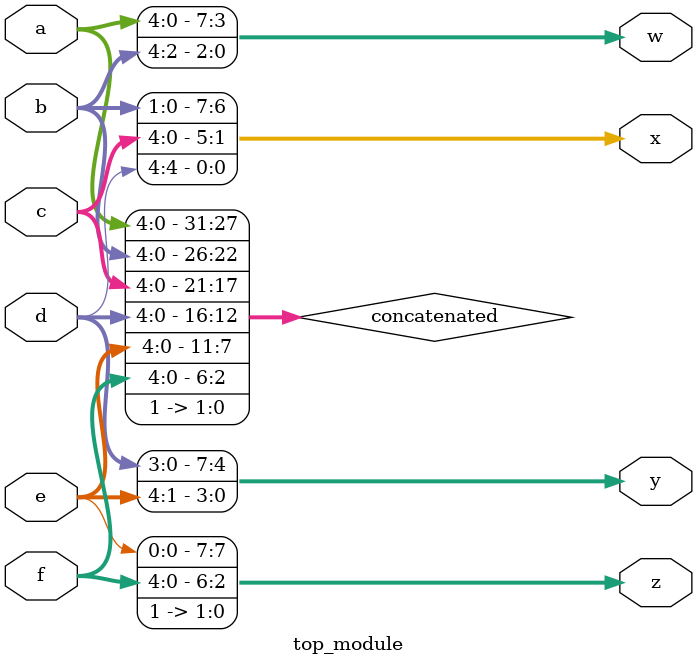
<source format=sv>
module top_module (
    input [4:0] a,
    input [4:0] b,
    input [4:0] c,
    input [4:0] d,
    input [4:0] e,
    input [4:0] f,
    output [7:0] w,
    output [7:0] x,
    output [7:0] y,
    output [7:0] z
);

    // Concatenation with additional 2'b11 at the end
    wire [31:0] concatenated;
    assign concatenated = {a, b, c, d, e, f, 2'b11};

    // Assigning each portion of the concatenation to the outputs
    assign w = concatenated[31:24];
    assign x = concatenated[23:16];
    assign y = concatenated[15:8];
    assign z = concatenated[7:0];

endmodule

</source>
